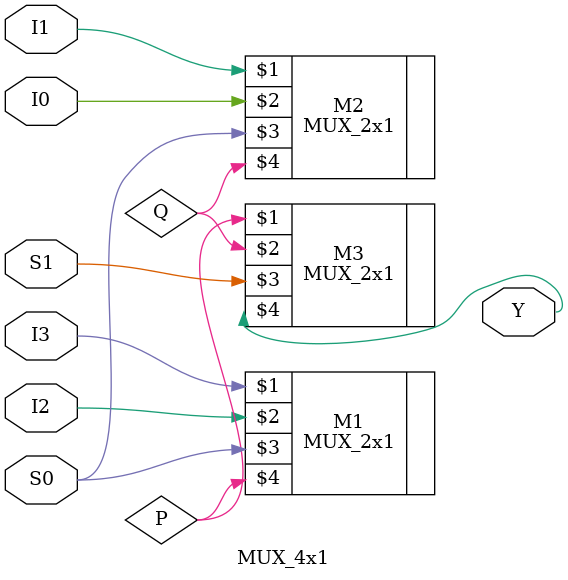
<source format=v>
module MUX_4x1(
    input I3,
    input I2,
    input I1,
    input I0,
    input S1,
    input S0,
    output Y
    );
    
wire P, Q;

MUX_2x1 M1 (I3, I2, S0, P);
MUX_2x1 M2 (I1, I0, S0, Q);
MUX_2x1 M3 (P, Q, S1, Y);
    
endmodule

</source>
